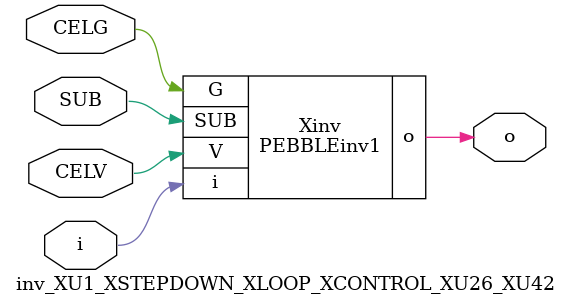
<source format=v>



module PEBBLEinv1 ( o, G, SUB, V, i );

  input V;
  input i;
  input G;
  output o;
  input SUB;
endmodule

//Celera Confidential Do Not Copy inv_XU1_XSTEPDOWN_XLOOP_XCONTROL_XU26_XU42
//Celera Confidential Symbol Generator
//5V Inverter
module inv_XU1_XSTEPDOWN_XLOOP_XCONTROL_XU26_XU42 (CELV,CELG,i,o,SUB);
input CELV;
input CELG;
input i;
input SUB;
output o;

//Celera Confidential Do Not Copy inv
PEBBLEinv1 Xinv(
.V (CELV),
.i (i),
.o (o),
.SUB (SUB),
.G (CELG)
);
//,diesize,PEBBLEinv1

//Celera Confidential Do Not Copy Module End
//Celera Schematic Generator
endmodule

</source>
